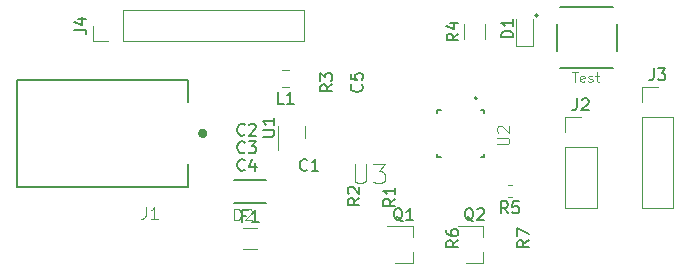
<source format=gbr>
%TF.GenerationSoftware,KiCad,Pcbnew,(5.1.6)-1*%
%TF.CreationDate,2020-10-18T09:30:19-05:00*%
%TF.ProjectId,TackleSensorPCB,5461636b-6c65-4536-956e-736f72504342,rev?*%
%TF.SameCoordinates,Original*%
%TF.FileFunction,Legend,Top*%
%TF.FilePolarity,Positive*%
%FSLAX46Y46*%
G04 Gerber Fmt 4.6, Leading zero omitted, Abs format (unit mm)*
G04 Created by KiCad (PCBNEW (5.1.6)-1) date 2020-10-18 09:30:19*
%MOMM*%
%LPD*%
G01*
G04 APERTURE LIST*
%ADD10C,0.120000*%
%ADD11C,0.200000*%
%ADD12C,0.127000*%
%ADD13C,0.400000*%
%ADD14C,0.150000*%
%ADD15C,0.015000*%
G04 APERTURE END LIST*
D10*
%TO.C,D1*%
X122515000Y-61450000D02*
X122515000Y-63735000D01*
X122515000Y-63735000D02*
X123985000Y-63735000D01*
X123985000Y-63735000D02*
X123985000Y-61450000D01*
%TO.C,J4*%
X104570000Y-63330000D02*
X104570000Y-60670000D01*
X89270000Y-63330000D02*
X104570000Y-63330000D01*
X89270000Y-60670000D02*
X104570000Y-60670000D01*
X89270000Y-63330000D02*
X89270000Y-60670000D01*
X88000000Y-63330000D02*
X86670000Y-63330000D01*
X86670000Y-63330000D02*
X86670000Y-62000000D01*
D11*
%TO.C,U2*%
X119190000Y-68145000D02*
G75*
G03*
X119190000Y-68145000I-100000J0D01*
G01*
D12*
X115840000Y-73120000D02*
X115840000Y-72825000D01*
X119840000Y-73120000D02*
X119840000Y-72825000D01*
X115840000Y-69120000D02*
X115840000Y-69415000D01*
X119840000Y-69120000D02*
X119840000Y-69415000D01*
X115840000Y-73120000D02*
X116135000Y-73120000D01*
X119840000Y-73120000D02*
X119545000Y-73120000D01*
X115840000Y-69120000D02*
X116135000Y-69120000D01*
X119840000Y-69120000D02*
X119545000Y-69120000D01*
D10*
%TO.C,U1*%
X104620000Y-70500000D02*
X104620000Y-71500000D01*
X102380000Y-72500000D02*
X102380000Y-70500000D01*
D12*
%TO.C,Test*%
X131050000Y-64180000D02*
X131050000Y-61820000D01*
X125950000Y-61820000D02*
X125950000Y-64180000D01*
D11*
X124350000Y-61125000D02*
G75*
G03*
X124350000Y-61125000I-100000J0D01*
G01*
D12*
X130750000Y-60450000D02*
X126250000Y-60450000D01*
X130750000Y-65550000D02*
X126250000Y-65550000D01*
D10*
%TO.C,R5*%
X122162779Y-76510000D02*
X121837221Y-76510000D01*
X122162779Y-75490000D02*
X121837221Y-75490000D01*
%TO.C,R4*%
X118090000Y-63102064D02*
X118090000Y-61897936D01*
X119910000Y-63102064D02*
X119910000Y-61897936D01*
%TO.C,Q2*%
X119760000Y-82080000D02*
X119760000Y-81150000D01*
X119760000Y-78920000D02*
X119760000Y-79850000D01*
X119760000Y-78920000D02*
X117600000Y-78920000D01*
X119760000Y-82080000D02*
X118300000Y-82080000D01*
%TO.C,Q1*%
X113760000Y-82080000D02*
X113760000Y-81150000D01*
X113760000Y-78920000D02*
X113760000Y-79850000D01*
X113760000Y-78920000D02*
X111600000Y-78920000D01*
X113760000Y-82080000D02*
X112300000Y-82080000D01*
%TO.C,L1*%
X103258578Y-67210000D02*
X102741422Y-67210000D01*
X103258578Y-65790000D02*
X102741422Y-65790000D01*
%TO.C,J3*%
X133170000Y-77450000D02*
X135830000Y-77450000D01*
X133170000Y-69770000D02*
X133170000Y-77450000D01*
X135830000Y-69770000D02*
X135830000Y-77450000D01*
X133170000Y-69770000D02*
X135830000Y-69770000D01*
X133170000Y-68500000D02*
X133170000Y-67170000D01*
X133170000Y-67170000D02*
X134500000Y-67170000D01*
%TO.C,J2*%
X126670000Y-77450000D02*
X129330000Y-77450000D01*
X126670000Y-72310000D02*
X126670000Y-77450000D01*
X129330000Y-72310000D02*
X129330000Y-77450000D01*
X126670000Y-72310000D02*
X129330000Y-72310000D01*
X126670000Y-71040000D02*
X126670000Y-69710000D01*
X126670000Y-69710000D02*
X128000000Y-69710000D01*
D12*
%TO.C,J1*%
X80280000Y-75620000D02*
X80280000Y-66620000D01*
X80280000Y-66620000D02*
X94780000Y-66620000D01*
X94780000Y-66620000D02*
X94780000Y-68470000D01*
X94780000Y-75620000D02*
X80280000Y-75620000D01*
X94780000Y-73670000D02*
X94780000Y-75620000D01*
D13*
X96180000Y-71120000D02*
G75*
G03*
X96180000Y-71120000I-200000J0D01*
G01*
D10*
%TO.C,F1*%
X99397936Y-79090000D02*
X100602064Y-79090000D01*
X99397936Y-80910000D02*
X100602064Y-80910000D01*
D12*
%TO.C,D2*%
X101380000Y-75025000D02*
X98620000Y-75025000D01*
X101380000Y-76975000D02*
X98620000Y-76975000D01*
%TO.C,D1*%
D14*
X122272380Y-62988095D02*
X121272380Y-62988095D01*
X121272380Y-62750000D01*
X121320000Y-62607142D01*
X121415238Y-62511904D01*
X121510476Y-62464285D01*
X121700952Y-62416666D01*
X121843809Y-62416666D01*
X122034285Y-62464285D01*
X122129523Y-62511904D01*
X122224761Y-62607142D01*
X122272380Y-62750000D01*
X122272380Y-62988095D01*
X122272380Y-61464285D02*
X122272380Y-62035714D01*
X122272380Y-61750000D02*
X121272380Y-61750000D01*
X121415238Y-61845238D01*
X121510476Y-61940476D01*
X121558095Y-62035714D01*
%TO.C,J4*%
X85122380Y-62333333D02*
X85836666Y-62333333D01*
X85979523Y-62380952D01*
X86074761Y-62476190D01*
X86122380Y-62619047D01*
X86122380Y-62714285D01*
X85455714Y-61428571D02*
X86122380Y-61428571D01*
X85074761Y-61666666D02*
X85789047Y-61904761D01*
X85789047Y-61285714D01*
%TO.C,U3*%
D15*
X108842376Y-73704929D02*
X108842376Y-75035098D01*
X108920621Y-75191589D01*
X108998866Y-75269834D01*
X109155357Y-75348079D01*
X109468338Y-75348079D01*
X109624828Y-75269834D01*
X109703073Y-75191589D01*
X109781319Y-75035098D01*
X109781319Y-73704929D01*
X110407280Y-73704929D02*
X111424469Y-73704929D01*
X110876752Y-74330891D01*
X111111488Y-74330891D01*
X111267978Y-74409136D01*
X111346223Y-74487382D01*
X111424469Y-74643872D01*
X111424469Y-75035098D01*
X111346223Y-75191589D01*
X111267978Y-75269834D01*
X111111488Y-75348079D01*
X110642016Y-75348079D01*
X110485526Y-75269834D01*
X110407280Y-75191589D01*
%TO.C,U2*%
X120927380Y-72056904D02*
X121736904Y-72056904D01*
X121832142Y-72009285D01*
X121879761Y-71961666D01*
X121927380Y-71866428D01*
X121927380Y-71675952D01*
X121879761Y-71580714D01*
X121832142Y-71533095D01*
X121736904Y-71485476D01*
X120927380Y-71485476D01*
X121022619Y-71056904D02*
X120975000Y-71009285D01*
X120927380Y-70914047D01*
X120927380Y-70675952D01*
X120975000Y-70580714D01*
X121022619Y-70533095D01*
X121117857Y-70485476D01*
X121213095Y-70485476D01*
X121355952Y-70533095D01*
X121927380Y-71104523D01*
X121927380Y-70485476D01*
%TO.C,U1*%
D14*
X101052380Y-71381904D02*
X101861904Y-71381904D01*
X101957142Y-71334285D01*
X102004761Y-71286666D01*
X102052380Y-71191428D01*
X102052380Y-71000952D01*
X102004761Y-70905714D01*
X101957142Y-70858095D01*
X101861904Y-70810476D01*
X101052380Y-70810476D01*
X102052380Y-69810476D02*
X102052380Y-70381904D01*
X102052380Y-70096190D02*
X101052380Y-70096190D01*
X101195238Y-70191428D01*
X101290476Y-70286666D01*
X101338095Y-70381904D01*
%TO.C,Test*%
D10*
X127276190Y-65961904D02*
X127733333Y-65961904D01*
X127504761Y-66761904D02*
X127504761Y-65961904D01*
X128304761Y-66723809D02*
X128228571Y-66761904D01*
X128076190Y-66761904D01*
X128000000Y-66723809D01*
X127961904Y-66647619D01*
X127961904Y-66342857D01*
X128000000Y-66266666D01*
X128076190Y-66228571D01*
X128228571Y-66228571D01*
X128304761Y-66266666D01*
X128342857Y-66342857D01*
X128342857Y-66419047D01*
X127961904Y-66495238D01*
X128647619Y-66723809D02*
X128723809Y-66761904D01*
X128876190Y-66761904D01*
X128952380Y-66723809D01*
X128990476Y-66647619D01*
X128990476Y-66609523D01*
X128952380Y-66533333D01*
X128876190Y-66495238D01*
X128761904Y-66495238D01*
X128685714Y-66457142D01*
X128647619Y-66380952D01*
X128647619Y-66342857D01*
X128685714Y-66266666D01*
X128761904Y-66228571D01*
X128876190Y-66228571D01*
X128952380Y-66266666D01*
X129219047Y-66228571D02*
X129523809Y-66228571D01*
X129333333Y-65961904D02*
X129333333Y-66647619D01*
X129371428Y-66723809D01*
X129447619Y-66761904D01*
X129523809Y-66761904D01*
%TO.C,R7*%
D14*
X123622380Y-80166666D02*
X123146190Y-80500000D01*
X123622380Y-80738095D02*
X122622380Y-80738095D01*
X122622380Y-80357142D01*
X122670000Y-80261904D01*
X122717619Y-80214285D01*
X122812857Y-80166666D01*
X122955714Y-80166666D01*
X123050952Y-80214285D01*
X123098571Y-80261904D01*
X123146190Y-80357142D01*
X123146190Y-80738095D01*
X122622380Y-79833333D02*
X122622380Y-79166666D01*
X123622380Y-79595238D01*
%TO.C,R6*%
X117622380Y-80166666D02*
X117146190Y-80500000D01*
X117622380Y-80738095D02*
X116622380Y-80738095D01*
X116622380Y-80357142D01*
X116670000Y-80261904D01*
X116717619Y-80214285D01*
X116812857Y-80166666D01*
X116955714Y-80166666D01*
X117050952Y-80214285D01*
X117098571Y-80261904D01*
X117146190Y-80357142D01*
X117146190Y-80738095D01*
X116622380Y-79309523D02*
X116622380Y-79500000D01*
X116670000Y-79595238D01*
X116717619Y-79642857D01*
X116860476Y-79738095D01*
X117050952Y-79785714D01*
X117431904Y-79785714D01*
X117527142Y-79738095D01*
X117574761Y-79690476D01*
X117622380Y-79595238D01*
X117622380Y-79404761D01*
X117574761Y-79309523D01*
X117527142Y-79261904D01*
X117431904Y-79214285D01*
X117193809Y-79214285D01*
X117098571Y-79261904D01*
X117050952Y-79309523D01*
X117003333Y-79404761D01*
X117003333Y-79595238D01*
X117050952Y-79690476D01*
X117098571Y-79738095D01*
X117193809Y-79785714D01*
%TO.C,R5*%
X121833333Y-77882380D02*
X121500000Y-77406190D01*
X121261904Y-77882380D02*
X121261904Y-76882380D01*
X121642857Y-76882380D01*
X121738095Y-76930000D01*
X121785714Y-76977619D01*
X121833333Y-77072857D01*
X121833333Y-77215714D01*
X121785714Y-77310952D01*
X121738095Y-77358571D01*
X121642857Y-77406190D01*
X121261904Y-77406190D01*
X122738095Y-76882380D02*
X122261904Y-76882380D01*
X122214285Y-77358571D01*
X122261904Y-77310952D01*
X122357142Y-77263333D01*
X122595238Y-77263333D01*
X122690476Y-77310952D01*
X122738095Y-77358571D01*
X122785714Y-77453809D01*
X122785714Y-77691904D01*
X122738095Y-77787142D01*
X122690476Y-77834761D01*
X122595238Y-77882380D01*
X122357142Y-77882380D01*
X122261904Y-77834761D01*
X122214285Y-77787142D01*
%TO.C,R4*%
X117632380Y-62666666D02*
X117156190Y-63000000D01*
X117632380Y-63238095D02*
X116632380Y-63238095D01*
X116632380Y-62857142D01*
X116680000Y-62761904D01*
X116727619Y-62714285D01*
X116822857Y-62666666D01*
X116965714Y-62666666D01*
X117060952Y-62714285D01*
X117108571Y-62761904D01*
X117156190Y-62857142D01*
X117156190Y-63238095D01*
X116965714Y-61809523D02*
X117632380Y-61809523D01*
X116584761Y-62047619D02*
X117299047Y-62285714D01*
X117299047Y-61666666D01*
%TO.C,R3*%
X106952380Y-66976666D02*
X106476190Y-67310000D01*
X106952380Y-67548095D02*
X105952380Y-67548095D01*
X105952380Y-67167142D01*
X106000000Y-67071904D01*
X106047619Y-67024285D01*
X106142857Y-66976666D01*
X106285714Y-66976666D01*
X106380952Y-67024285D01*
X106428571Y-67071904D01*
X106476190Y-67167142D01*
X106476190Y-67548095D01*
X105952380Y-66643333D02*
X105952380Y-66024285D01*
X106333333Y-66357619D01*
X106333333Y-66214761D01*
X106380952Y-66119523D01*
X106428571Y-66071904D01*
X106523809Y-66024285D01*
X106761904Y-66024285D01*
X106857142Y-66071904D01*
X106904761Y-66119523D01*
X106952380Y-66214761D01*
X106952380Y-66500476D01*
X106904761Y-66595714D01*
X106857142Y-66643333D01*
%TO.C,R2*%
X109252380Y-76596666D02*
X108776190Y-76930000D01*
X109252380Y-77168095D02*
X108252380Y-77168095D01*
X108252380Y-76787142D01*
X108300000Y-76691904D01*
X108347619Y-76644285D01*
X108442857Y-76596666D01*
X108585714Y-76596666D01*
X108680952Y-76644285D01*
X108728571Y-76691904D01*
X108776190Y-76787142D01*
X108776190Y-77168095D01*
X108347619Y-76215714D02*
X108300000Y-76168095D01*
X108252380Y-76072857D01*
X108252380Y-75834761D01*
X108300000Y-75739523D01*
X108347619Y-75691904D01*
X108442857Y-75644285D01*
X108538095Y-75644285D01*
X108680952Y-75691904D01*
X109252380Y-76263333D01*
X109252380Y-75644285D01*
%TO.C,R1*%
X112282380Y-76666666D02*
X111806190Y-77000000D01*
X112282380Y-77238095D02*
X111282380Y-77238095D01*
X111282380Y-76857142D01*
X111330000Y-76761904D01*
X111377619Y-76714285D01*
X111472857Y-76666666D01*
X111615714Y-76666666D01*
X111710952Y-76714285D01*
X111758571Y-76761904D01*
X111806190Y-76857142D01*
X111806190Y-77238095D01*
X112282380Y-75714285D02*
X112282380Y-76285714D01*
X112282380Y-76000000D02*
X111282380Y-76000000D01*
X111425238Y-76095238D01*
X111520476Y-76190476D01*
X111568095Y-76285714D01*
%TO.C,Q2*%
X118904761Y-78547619D02*
X118809523Y-78500000D01*
X118714285Y-78404761D01*
X118571428Y-78261904D01*
X118476190Y-78214285D01*
X118380952Y-78214285D01*
X118428571Y-78452380D02*
X118333333Y-78404761D01*
X118238095Y-78309523D01*
X118190476Y-78119047D01*
X118190476Y-77785714D01*
X118238095Y-77595238D01*
X118333333Y-77500000D01*
X118428571Y-77452380D01*
X118619047Y-77452380D01*
X118714285Y-77500000D01*
X118809523Y-77595238D01*
X118857142Y-77785714D01*
X118857142Y-78119047D01*
X118809523Y-78309523D01*
X118714285Y-78404761D01*
X118619047Y-78452380D01*
X118428571Y-78452380D01*
X119238095Y-77547619D02*
X119285714Y-77500000D01*
X119380952Y-77452380D01*
X119619047Y-77452380D01*
X119714285Y-77500000D01*
X119761904Y-77547619D01*
X119809523Y-77642857D01*
X119809523Y-77738095D01*
X119761904Y-77880952D01*
X119190476Y-78452380D01*
X119809523Y-78452380D01*
%TO.C,Q1*%
X112904761Y-78547619D02*
X112809523Y-78500000D01*
X112714285Y-78404761D01*
X112571428Y-78261904D01*
X112476190Y-78214285D01*
X112380952Y-78214285D01*
X112428571Y-78452380D02*
X112333333Y-78404761D01*
X112238095Y-78309523D01*
X112190476Y-78119047D01*
X112190476Y-77785714D01*
X112238095Y-77595238D01*
X112333333Y-77500000D01*
X112428571Y-77452380D01*
X112619047Y-77452380D01*
X112714285Y-77500000D01*
X112809523Y-77595238D01*
X112857142Y-77785714D01*
X112857142Y-78119047D01*
X112809523Y-78309523D01*
X112714285Y-78404761D01*
X112619047Y-78452380D01*
X112428571Y-78452380D01*
X113809523Y-78452380D02*
X113238095Y-78452380D01*
X113523809Y-78452380D02*
X113523809Y-77452380D01*
X113428571Y-77595238D01*
X113333333Y-77690476D01*
X113238095Y-77738095D01*
%TO.C,L1*%
X102833333Y-68602380D02*
X102357142Y-68602380D01*
X102357142Y-67602380D01*
X103690476Y-68602380D02*
X103119047Y-68602380D01*
X103404761Y-68602380D02*
X103404761Y-67602380D01*
X103309523Y-67745238D01*
X103214285Y-67840476D01*
X103119047Y-67888095D01*
%TO.C,J3*%
X134166666Y-65622380D02*
X134166666Y-66336666D01*
X134119047Y-66479523D01*
X134023809Y-66574761D01*
X133880952Y-66622380D01*
X133785714Y-66622380D01*
X134547619Y-65622380D02*
X135166666Y-65622380D01*
X134833333Y-66003333D01*
X134976190Y-66003333D01*
X135071428Y-66050952D01*
X135119047Y-66098571D01*
X135166666Y-66193809D01*
X135166666Y-66431904D01*
X135119047Y-66527142D01*
X135071428Y-66574761D01*
X134976190Y-66622380D01*
X134690476Y-66622380D01*
X134595238Y-66574761D01*
X134547619Y-66527142D01*
%TO.C,J2*%
X127666666Y-68162380D02*
X127666666Y-68876666D01*
X127619047Y-69019523D01*
X127523809Y-69114761D01*
X127380952Y-69162380D01*
X127285714Y-69162380D01*
X128095238Y-68257619D02*
X128142857Y-68210000D01*
X128238095Y-68162380D01*
X128476190Y-68162380D01*
X128571428Y-68210000D01*
X128619047Y-68257619D01*
X128666666Y-68352857D01*
X128666666Y-68448095D01*
X128619047Y-68590952D01*
X128047619Y-69162380D01*
X128666666Y-69162380D01*
%TO.C,J1*%
D15*
X91159095Y-77343080D02*
X91159095Y-78058018D01*
X91111432Y-78201006D01*
X91016107Y-78296331D01*
X90873120Y-78343993D01*
X90777795Y-78343993D01*
X92160008Y-78343993D02*
X91588058Y-78343993D01*
X91874033Y-78343993D02*
X91874033Y-77343080D01*
X91778708Y-77486068D01*
X91683383Y-77581393D01*
X91588058Y-77629056D01*
%TO.C,F1*%
D14*
X99666666Y-78108571D02*
X99333333Y-78108571D01*
X99333333Y-78632380D02*
X99333333Y-77632380D01*
X99809523Y-77632380D01*
X100714285Y-78632380D02*
X100142857Y-78632380D01*
X100428571Y-78632380D02*
X100428571Y-77632380D01*
X100333333Y-77775238D01*
X100238095Y-77870476D01*
X100142857Y-77918095D01*
%TO.C,D2*%
D15*
X98626904Y-78484380D02*
X98626904Y-77484380D01*
X98865000Y-77484380D01*
X99007857Y-77532000D01*
X99103095Y-77627238D01*
X99150714Y-77722476D01*
X99198333Y-77912952D01*
X99198333Y-78055809D01*
X99150714Y-78246285D01*
X99103095Y-78341523D01*
X99007857Y-78436761D01*
X98865000Y-78484380D01*
X98626904Y-78484380D01*
X99579285Y-77579619D02*
X99626904Y-77532000D01*
X99722142Y-77484380D01*
X99960238Y-77484380D01*
X100055476Y-77532000D01*
X100103095Y-77579619D01*
X100150714Y-77674857D01*
X100150714Y-77770095D01*
X100103095Y-77912952D01*
X99531666Y-78484380D01*
X100150714Y-78484380D01*
%TO.C,C5*%
D14*
X109437142Y-66976666D02*
X109484761Y-67024285D01*
X109532380Y-67167142D01*
X109532380Y-67262380D01*
X109484761Y-67405238D01*
X109389523Y-67500476D01*
X109294285Y-67548095D01*
X109103809Y-67595714D01*
X108960952Y-67595714D01*
X108770476Y-67548095D01*
X108675238Y-67500476D01*
X108580000Y-67405238D01*
X108532380Y-67262380D01*
X108532380Y-67167142D01*
X108580000Y-67024285D01*
X108627619Y-66976666D01*
X108532380Y-66071904D02*
X108532380Y-66548095D01*
X109008571Y-66595714D01*
X108960952Y-66548095D01*
X108913333Y-66452857D01*
X108913333Y-66214761D01*
X108960952Y-66119523D01*
X109008571Y-66071904D01*
X109103809Y-66024285D01*
X109341904Y-66024285D01*
X109437142Y-66071904D01*
X109484761Y-66119523D01*
X109532380Y-66214761D01*
X109532380Y-66452857D01*
X109484761Y-66548095D01*
X109437142Y-66595714D01*
%TO.C,C4*%
X99543333Y-74207142D02*
X99495714Y-74254761D01*
X99352857Y-74302380D01*
X99257619Y-74302380D01*
X99114761Y-74254761D01*
X99019523Y-74159523D01*
X98971904Y-74064285D01*
X98924285Y-73873809D01*
X98924285Y-73730952D01*
X98971904Y-73540476D01*
X99019523Y-73445238D01*
X99114761Y-73350000D01*
X99257619Y-73302380D01*
X99352857Y-73302380D01*
X99495714Y-73350000D01*
X99543333Y-73397619D01*
X100400476Y-73635714D02*
X100400476Y-74302380D01*
X100162380Y-73254761D02*
X99924285Y-73969047D01*
X100543333Y-73969047D01*
%TO.C,C3*%
X99543333Y-72707142D02*
X99495714Y-72754761D01*
X99352857Y-72802380D01*
X99257619Y-72802380D01*
X99114761Y-72754761D01*
X99019523Y-72659523D01*
X98971904Y-72564285D01*
X98924285Y-72373809D01*
X98924285Y-72230952D01*
X98971904Y-72040476D01*
X99019523Y-71945238D01*
X99114761Y-71850000D01*
X99257619Y-71802380D01*
X99352857Y-71802380D01*
X99495714Y-71850000D01*
X99543333Y-71897619D01*
X99876666Y-71802380D02*
X100495714Y-71802380D01*
X100162380Y-72183333D01*
X100305238Y-72183333D01*
X100400476Y-72230952D01*
X100448095Y-72278571D01*
X100495714Y-72373809D01*
X100495714Y-72611904D01*
X100448095Y-72707142D01*
X100400476Y-72754761D01*
X100305238Y-72802380D01*
X100019523Y-72802380D01*
X99924285Y-72754761D01*
X99876666Y-72707142D01*
%TO.C,C2*%
X99543333Y-71207142D02*
X99495714Y-71254761D01*
X99352857Y-71302380D01*
X99257619Y-71302380D01*
X99114761Y-71254761D01*
X99019523Y-71159523D01*
X98971904Y-71064285D01*
X98924285Y-70873809D01*
X98924285Y-70730952D01*
X98971904Y-70540476D01*
X99019523Y-70445238D01*
X99114761Y-70350000D01*
X99257619Y-70302380D01*
X99352857Y-70302380D01*
X99495714Y-70350000D01*
X99543333Y-70397619D01*
X99924285Y-70397619D02*
X99971904Y-70350000D01*
X100067142Y-70302380D01*
X100305238Y-70302380D01*
X100400476Y-70350000D01*
X100448095Y-70397619D01*
X100495714Y-70492857D01*
X100495714Y-70588095D01*
X100448095Y-70730952D01*
X99876666Y-71302380D01*
X100495714Y-71302380D01*
%TO.C,C1*%
X104833333Y-74187142D02*
X104785714Y-74234761D01*
X104642857Y-74282380D01*
X104547619Y-74282380D01*
X104404761Y-74234761D01*
X104309523Y-74139523D01*
X104261904Y-74044285D01*
X104214285Y-73853809D01*
X104214285Y-73710952D01*
X104261904Y-73520476D01*
X104309523Y-73425238D01*
X104404761Y-73330000D01*
X104547619Y-73282380D01*
X104642857Y-73282380D01*
X104785714Y-73330000D01*
X104833333Y-73377619D01*
X105785714Y-74282380D02*
X105214285Y-74282380D01*
X105500000Y-74282380D02*
X105500000Y-73282380D01*
X105404761Y-73425238D01*
X105309523Y-73520476D01*
X105214285Y-73568095D01*
%TD*%
M02*

</source>
